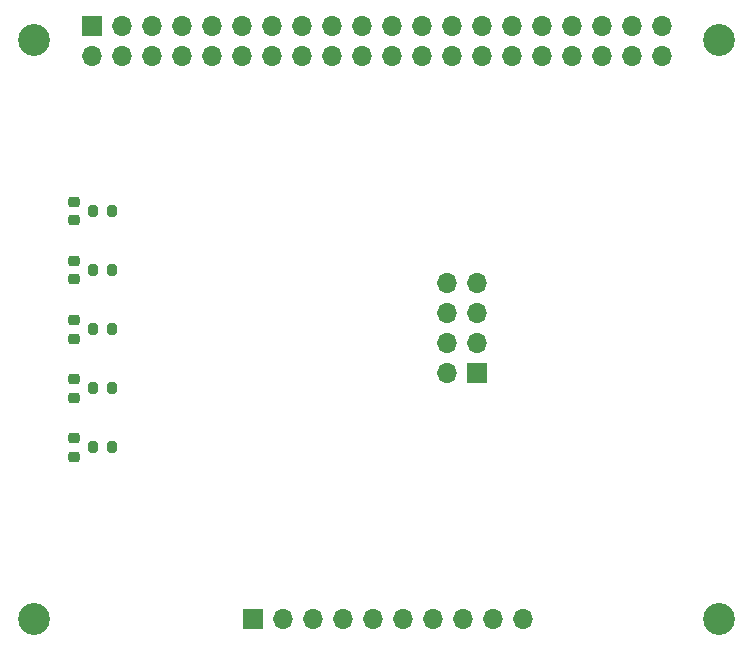
<source format=gts>
G04 #@! TF.GenerationSoftware,KiCad,Pcbnew,7.0.9*
G04 #@! TF.CreationDate,2023-11-08T23:19:24+02:00*
G04 #@! TF.ProjectId,CubeSAT,43756265-5341-4542-9e6b-696361645f70,rev?*
G04 #@! TF.SameCoordinates,Original*
G04 #@! TF.FileFunction,Soldermask,Top*
G04 #@! TF.FilePolarity,Negative*
%FSLAX46Y46*%
G04 Gerber Fmt 4.6, Leading zero omitted, Abs format (unit mm)*
G04 Created by KiCad (PCBNEW 7.0.9) date 2023-11-08 23:19:24*
%MOMM*%
%LPD*%
G01*
G04 APERTURE LIST*
G04 Aperture macros list*
%AMRoundRect*
0 Rectangle with rounded corners*
0 $1 Rounding radius*
0 $2 $3 $4 $5 $6 $7 $8 $9 X,Y pos of 4 corners*
0 Add a 4 corners polygon primitive as box body*
4,1,4,$2,$3,$4,$5,$6,$7,$8,$9,$2,$3,0*
0 Add four circle primitives for the rounded corners*
1,1,$1+$1,$2,$3*
1,1,$1+$1,$4,$5*
1,1,$1+$1,$6,$7*
1,1,$1+$1,$8,$9*
0 Add four rect primitives between the rounded corners*
20,1,$1+$1,$2,$3,$4,$5,0*
20,1,$1+$1,$4,$5,$6,$7,0*
20,1,$1+$1,$6,$7,$8,$9,0*
20,1,$1+$1,$8,$9,$2,$3,0*%
G04 Aperture macros list end*
%ADD10RoundRect,0.200000X0.200000X0.275000X-0.200000X0.275000X-0.200000X-0.275000X0.200000X-0.275000X0*%
%ADD11R,1.700000X1.700000*%
%ADD12O,1.700000X1.700000*%
%ADD13C,2.700000*%
%ADD14RoundRect,0.218750X0.256250X-0.218750X0.256250X0.218750X-0.256250X0.218750X-0.256250X-0.218750X0*%
G04 APERTURE END LIST*
D10*
X190120000Y-83000000D03*
X188470000Y-83000000D03*
D11*
X202075000Y-112500000D03*
D12*
X204615000Y-112500000D03*
X207155000Y-112500000D03*
X209695000Y-112500000D03*
X212235000Y-112500000D03*
X214775000Y-112500000D03*
X217315000Y-112500000D03*
X219855000Y-112500000D03*
X222395000Y-112500000D03*
X224935000Y-112500000D03*
D10*
X190120000Y-98000000D03*
X188470000Y-98000000D03*
D13*
X183500000Y-63500000D03*
D14*
X186890000Y-78787500D03*
X186890000Y-77212500D03*
D10*
X190120000Y-93000000D03*
X188470000Y-93000000D03*
D14*
X186890000Y-88787500D03*
X186890000Y-87212500D03*
X186890000Y-93787500D03*
X186890000Y-92212500D03*
X186890000Y-98787500D03*
X186890000Y-97212500D03*
D13*
X183500000Y-112500000D03*
D10*
X190120000Y-78000000D03*
X188470000Y-78000000D03*
D13*
X241500000Y-112500000D03*
D14*
X186890000Y-83787500D03*
X186890000Y-82212500D03*
D13*
X241500000Y-63500000D03*
D11*
X220990000Y-91710000D03*
D12*
X218450000Y-91710000D03*
X220990000Y-89170000D03*
X218450000Y-89170000D03*
X220990000Y-86630000D03*
X218450000Y-86630000D03*
X220990000Y-84090000D03*
X218450000Y-84090000D03*
D10*
X190120000Y-88000000D03*
X188470000Y-88000000D03*
D11*
X188380000Y-62310000D03*
D12*
X188380000Y-64850000D03*
X190920000Y-62310000D03*
X190920000Y-64850000D03*
X193460000Y-62310000D03*
X193460000Y-64850000D03*
X196000000Y-62310000D03*
X196000000Y-64850000D03*
X198540000Y-62310000D03*
X198540000Y-64850000D03*
X201080000Y-62310000D03*
X201080000Y-64850000D03*
X203620000Y-62310000D03*
X203620000Y-64850000D03*
X206160000Y-62310000D03*
X206160000Y-64850000D03*
X208700000Y-62310000D03*
X208700000Y-64850000D03*
X211240000Y-62310000D03*
X211240000Y-64850000D03*
X213780000Y-62310000D03*
X213780000Y-64850000D03*
X216320000Y-62310000D03*
X216320000Y-64850000D03*
X218860000Y-62310000D03*
X218860000Y-64850000D03*
X221400000Y-62310000D03*
X221400000Y-64850000D03*
X223940000Y-62310000D03*
X223940000Y-64850000D03*
X226480000Y-62310000D03*
X226480000Y-64850000D03*
X229020000Y-62310000D03*
X229020000Y-64850000D03*
X231560000Y-62310000D03*
X231560000Y-64850000D03*
X234100000Y-62310000D03*
X234100000Y-64850000D03*
X236640000Y-62310000D03*
X236640000Y-64850000D03*
M02*

</source>
